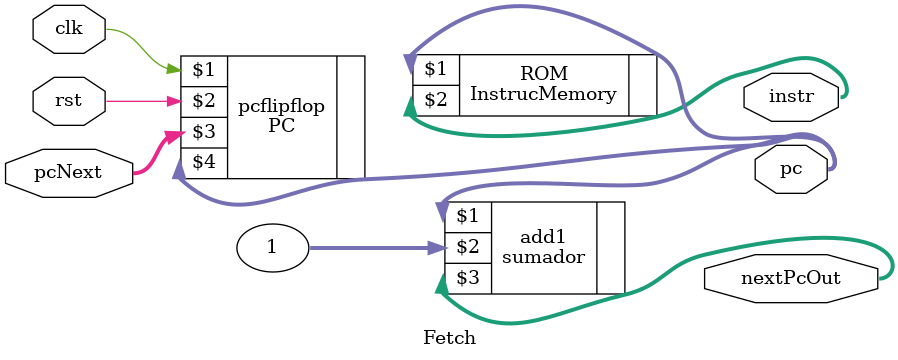
<source format=sv>
module Fetch (input logic clk,
					input logic rst,
					//input logic pcWrite,
					input logic [31:0]pcNext,
					output logic [31:0]instr, pc, nextPcOut);
					
	PC #(32) pcflipflop(clk, rst, pcNext, pc);
	sumador #(32) add1(pc, 32'h1, nextPcOut);
	InstrucMemory ROM(pc,instr);
	
endmodule

</source>
